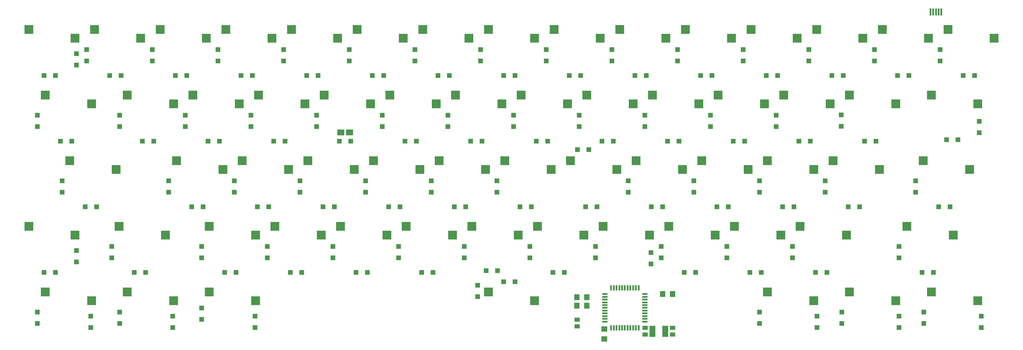
<source format=gbr>
G04 EAGLE Gerber RS-274X export*
G75*
%MOMM*%
%FSLAX34Y34*%
%LPD*%
%INSolderpaste Top*%
%IPPOS*%
%AMOC8*
5,1,8,0,0,1.08239X$1,22.5*%
G01*
%ADD10R,1.397000X1.397000*%
%ADD11R,2.550000X2.500000*%
%ADD12R,2.000000X1.750000*%
%ADD13R,0.500000X2.000000*%
%ADD14R,1.700000X3.300000*%
%ADD15R,1.600000X1.300000*%
%ADD16R,1.600000X1.803000*%
%ADD17R,1.803000X1.600000*%
%ADD18R,1.500000X0.500000*%
%ADD19R,0.500000X1.500000*%


D10*
X392906Y816928D03*
X392906Y849948D03*
X583406Y816928D03*
X583406Y849948D03*
X773906Y816928D03*
X773906Y849948D03*
X2488406Y816928D03*
X2488406Y849948D03*
X2297906Y816928D03*
X2297906Y849948D03*
X2107406Y816928D03*
X2107406Y849948D03*
X1916906Y816928D03*
X1916906Y849948D03*
X1726406Y816928D03*
X1726406Y849948D03*
X1535906Y816928D03*
X1535906Y849948D03*
X1345406Y816928D03*
X1345406Y849948D03*
X1154906Y816928D03*
X1154906Y849948D03*
X964406Y816928D03*
X964406Y849948D03*
X59531Y626428D03*
X59531Y659448D03*
X2012156Y626428D03*
X2012156Y659448D03*
X2678906Y816928D03*
X2678906Y849948D03*
X1059656Y626428D03*
X1059656Y659448D03*
X869156Y626428D03*
X869156Y659448D03*
X678656Y626428D03*
X678656Y659448D03*
X2391688Y627156D03*
X2391688Y660176D03*
X1821656Y626428D03*
X1821656Y659448D03*
X1631156Y626428D03*
X1631156Y659448D03*
X2792016Y608568D03*
X2792016Y641588D03*
X1250156Y626428D03*
X1250156Y659448D03*
X2202656Y626428D03*
X2202656Y659448D03*
X1440656Y626428D03*
X1440656Y659448D03*
X488156Y626428D03*
X488156Y659448D03*
X202406Y816928D03*
X202406Y849948D03*
X297656Y626428D03*
X297656Y659448D03*
X172641Y805021D03*
X172641Y838041D03*
D11*
X549850Y882650D03*
X415350Y908050D03*
X740350Y882650D03*
X605850Y908050D03*
X930850Y882650D03*
X796350Y908050D03*
X2645350Y882650D03*
X2510850Y908050D03*
X2454850Y882650D03*
X2320350Y908050D03*
X2264350Y882650D03*
X2129850Y908050D03*
X2073850Y882650D03*
X1939350Y908050D03*
X1883350Y882650D03*
X1748850Y908050D03*
X1692850Y882650D03*
X1558350Y908050D03*
X1502350Y882650D03*
X1367850Y908050D03*
X1311850Y882650D03*
X1177350Y908050D03*
X1121350Y882650D03*
X986850Y908050D03*
X216475Y692150D03*
X81975Y717550D03*
X2169100Y692150D03*
X2034600Y717550D03*
X2835850Y882650D03*
X2701350Y908050D03*
X1216600Y692150D03*
X1082100Y717550D03*
X1026100Y692150D03*
X891600Y717550D03*
D12*
X939500Y609250D03*
X965500Y609250D03*
D11*
X835600Y692150D03*
X701100Y717550D03*
X2550100Y692150D03*
X2415600Y717550D03*
X1978600Y692150D03*
X1844100Y717550D03*
X1788100Y692150D03*
X1653600Y717550D03*
X2788225Y692150D03*
X2653725Y717550D03*
X1407100Y692150D03*
X1272600Y717550D03*
X2359600Y692150D03*
X2225100Y717550D03*
X1597600Y692150D03*
X1463100Y717550D03*
X645100Y692150D03*
X510600Y717550D03*
X359350Y882650D03*
X224850Y908050D03*
X454600Y692150D03*
X320100Y717550D03*
X168850Y882650D03*
X34350Y908050D03*
D10*
X459740Y773906D03*
X492760Y773906D03*
X650240Y773906D03*
X683260Y773906D03*
X840740Y773906D03*
X873760Y773906D03*
X2555240Y773906D03*
X2588260Y773906D03*
X2364740Y773906D03*
X2397760Y773906D03*
X2174240Y773906D03*
X2207260Y773906D03*
X1983740Y773906D03*
X2016760Y773906D03*
X1793240Y773906D03*
X1826260Y773906D03*
X1602740Y773906D03*
X1635760Y773906D03*
X1412240Y773906D03*
X1445260Y773906D03*
X1221740Y773906D03*
X1254760Y773906D03*
X1031240Y773906D03*
X1064260Y773906D03*
X126365Y583406D03*
X159385Y583406D03*
X2078990Y583406D03*
X2112010Y583406D03*
X2745740Y773906D03*
X2778760Y773906D03*
X1126490Y583406D03*
X1159510Y583406D03*
X935990Y583406D03*
X969010Y583406D03*
X745490Y583406D03*
X778510Y583406D03*
X2459990Y583406D03*
X2493010Y583406D03*
X1888490Y583406D03*
X1921510Y583406D03*
X1697990Y583406D03*
X1731010Y583406D03*
X2697840Y588232D03*
X2730860Y588232D03*
X1316990Y583406D03*
X1350010Y583406D03*
X2269490Y583406D03*
X2302510Y583406D03*
X1507490Y583406D03*
X1540510Y583406D03*
X554990Y583406D03*
X588010Y583406D03*
X269240Y773906D03*
X302260Y773906D03*
X364490Y583406D03*
X397510Y583406D03*
X78740Y773906D03*
X111760Y773906D03*
D11*
X2764413Y501650D03*
X2629913Y527050D03*
X2502475Y501650D03*
X2367975Y527050D03*
X2311975Y501650D03*
X2177475Y527050D03*
X2121475Y501650D03*
X1986975Y527050D03*
X1930975Y501650D03*
X1796475Y527050D03*
X1740475Y501650D03*
X1605975Y527050D03*
X1549975Y501650D03*
X1415475Y527050D03*
X1359475Y501650D03*
X1224975Y527050D03*
X1168975Y501650D03*
X1034475Y527050D03*
X978475Y501650D03*
X843975Y527050D03*
X787975Y501650D03*
X653475Y527050D03*
X597475Y501650D03*
X462975Y527050D03*
X287913Y501650D03*
X153413Y527050D03*
D10*
X2607469Y435928D03*
X2607469Y468948D03*
X2345531Y435928D03*
X2345531Y468948D03*
X2155031Y435928D03*
X2155031Y468948D03*
X1964531Y435928D03*
X1964531Y468948D03*
X1774031Y435928D03*
X1774031Y468948D03*
X1659573Y559594D03*
X1626553Y559594D03*
X1393031Y435928D03*
X1393031Y468948D03*
X1202531Y435928D03*
X1202531Y468948D03*
X1012031Y435928D03*
X1012031Y468948D03*
X821531Y435928D03*
X821531Y468948D03*
X631031Y435928D03*
X631031Y468948D03*
X440531Y435928D03*
X440531Y468948D03*
X130969Y435928D03*
X130969Y468948D03*
X2674303Y392906D03*
X2707323Y392906D03*
X2412365Y392906D03*
X2445385Y392906D03*
X2221865Y392906D03*
X2254885Y392906D03*
X2031365Y392906D03*
X2064385Y392906D03*
X1840865Y392906D03*
X1873885Y392906D03*
X1650365Y392906D03*
X1683385Y392906D03*
X1459865Y392906D03*
X1492885Y392906D03*
X1269365Y392906D03*
X1302385Y392906D03*
X1078865Y392906D03*
X1111885Y392906D03*
X888365Y392906D03*
X921385Y392906D03*
X697865Y392906D03*
X730885Y392906D03*
X197803Y392906D03*
X230823Y392906D03*
X507365Y392906D03*
X540385Y392906D03*
D11*
X2716788Y311150D03*
X2582288Y336550D03*
X2407225Y311150D03*
X2272725Y336550D03*
X2216725Y311150D03*
X2082225Y336550D03*
X2026225Y311150D03*
X1891725Y336550D03*
X1835725Y311150D03*
X1701225Y336550D03*
X1645225Y311150D03*
X1510725Y336550D03*
X1454725Y311150D03*
X1320225Y336550D03*
X1264225Y311150D03*
X1129725Y336550D03*
X1073725Y311150D03*
X939225Y336550D03*
X883225Y311150D03*
X748725Y336550D03*
X692725Y311150D03*
X558225Y336550D03*
X430788Y311150D03*
X296288Y336550D03*
X168850Y311150D03*
X34350Y336550D03*
D10*
X2559595Y244920D03*
X2559595Y277940D03*
X2250281Y245428D03*
X2250281Y278448D03*
X2059781Y245428D03*
X2059781Y278448D03*
X1869281Y245428D03*
X1869281Y278448D03*
X1678781Y245428D03*
X1678781Y278448D03*
X1488281Y245428D03*
X1488281Y278448D03*
X1297781Y245428D03*
X1297781Y278448D03*
X1107281Y245428D03*
X1107281Y278448D03*
X916781Y245428D03*
X916781Y278448D03*
X726281Y245428D03*
X726281Y278448D03*
X535781Y245428D03*
X535781Y278448D03*
X275147Y244920D03*
X275147Y277940D03*
X172641Y233521D03*
X172641Y266541D03*
X2626678Y202406D03*
X2659698Y202406D03*
X2317115Y202406D03*
X2350135Y202406D03*
X2126615Y202406D03*
X2159635Y202406D03*
X1936115Y202406D03*
X1969135Y202406D03*
X1840094Y227490D03*
X1840094Y260510D03*
X1555115Y202406D03*
X1588135Y202406D03*
X1361780Y207962D03*
X1394800Y207962D03*
X1174115Y202406D03*
X1207135Y202406D03*
X983615Y202406D03*
X1016635Y202406D03*
X793115Y202406D03*
X826135Y202406D03*
X602615Y202406D03*
X635635Y202406D03*
X78740Y202406D03*
X111760Y202406D03*
X340678Y202406D03*
X373698Y202406D03*
D11*
X2788225Y120650D03*
X2653725Y146050D03*
X2550100Y120650D03*
X2415600Y146050D03*
X1502350Y120650D03*
X1367850Y146050D03*
X454600Y120650D03*
X320100Y146050D03*
X216475Y120650D03*
X81975Y146050D03*
D10*
X2631281Y54928D03*
X2631281Y87948D03*
X2393156Y54928D03*
X2393156Y87948D03*
X1336855Y132181D03*
X1336855Y165201D03*
X297656Y54928D03*
X297656Y87948D03*
X59531Y54928D03*
X59531Y87948D03*
X2797969Y76041D03*
X2797969Y43021D03*
X2559844Y76041D03*
X2559844Y43021D03*
X1445149Y175533D03*
X1412129Y175533D03*
X452438Y43021D03*
X452438Y76041D03*
X214313Y76041D03*
X214313Y43021D03*
D13*
X2682630Y959240D03*
X2674630Y959240D03*
X2666630Y959240D03*
X2658630Y959240D03*
X2650630Y959240D03*
D11*
X692725Y120650D03*
X558225Y146050D03*
D10*
X535781Y66834D03*
X535781Y99854D03*
X690563Y43021D03*
X690563Y76041D03*
D11*
X2311975Y120650D03*
X2177475Y146050D03*
D10*
X2155031Y54928D03*
X2155031Y87948D03*
X2321719Y76041D03*
X2321719Y43021D03*
D14*
X1881125Y32188D03*
X1844125Y32188D03*
D15*
X1902625Y22188D03*
X1902625Y42188D03*
X1822625Y22188D03*
X1822625Y42188D03*
X1626047Y65844D03*
X1626047Y45844D03*
D16*
X1625155Y106500D03*
X1653595Y106500D03*
X1625155Y130500D03*
X1653595Y130500D03*
D17*
X1704000Y38220D03*
X1704000Y9780D03*
D16*
X1902220Y140000D03*
X1873780Y140000D03*
D18*
X1706000Y140000D03*
X1706000Y132000D03*
X1706000Y124000D03*
X1706000Y116000D03*
X1706000Y108000D03*
X1706000Y100000D03*
X1706000Y92000D03*
X1706000Y84000D03*
X1706000Y76000D03*
X1706000Y68000D03*
X1706000Y60000D03*
D19*
X1724000Y42000D03*
X1732000Y42000D03*
X1740000Y42000D03*
X1748000Y42000D03*
X1756000Y42000D03*
X1764000Y42000D03*
X1772000Y42000D03*
X1780000Y42000D03*
X1788000Y42000D03*
X1796000Y42000D03*
X1804000Y42000D03*
D18*
X1822000Y60000D03*
X1822000Y68000D03*
X1822000Y76000D03*
X1822000Y84000D03*
X1822000Y92000D03*
X1822000Y100000D03*
X1822000Y108000D03*
X1822000Y116000D03*
X1822000Y124000D03*
X1822000Y132000D03*
X1822000Y140000D03*
D19*
X1804000Y158000D03*
X1796000Y158000D03*
X1788000Y158000D03*
X1780000Y158000D03*
X1772000Y158000D03*
X1764000Y158000D03*
X1756000Y158000D03*
X1748000Y158000D03*
X1740000Y158000D03*
X1732000Y158000D03*
X1724000Y158000D03*
M02*

</source>
